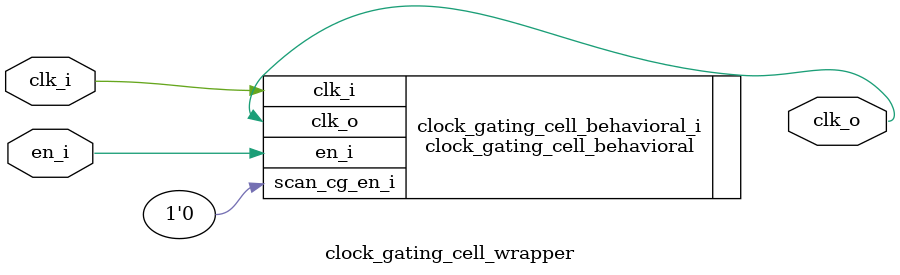
<source format=sv>

`include "e_gpu.vh"

module clock_gating_cell_wrapper
(
    input  logic clk_i,
    input  logic en_i,
    output logic clk_o
);

    clock_gating_cell_behavioral clock_gating_cell_behavioral_i (
        .clk_i        (clk_i),
        .en_i         (en_i),
        .scan_cg_en_i (1'b0),
        .clk_o        (clk_o)
    );

endmodule

</source>
